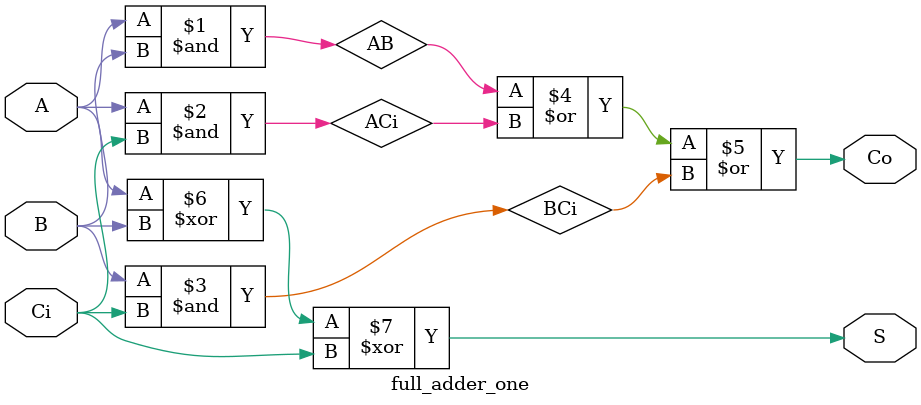
<source format=v>
module full_adder_one (A, B, Ci, Co, S);

input A, B, Ci;
output Co, S;
wire AB, ACi, BCi;


and (AB, A, B);
and (ACi, A, Ci);
and (BCi, B, Ci);
or (Co, AB, ACi, BCi);
xor (S, A, B, Ci);

endmodule // full_adder_one

</source>
